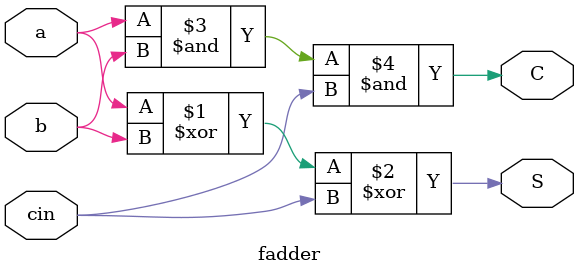
<source format=v>
module fadder(input a,b,cin, output S, C );
assign S=a^b^cin;
assign C=a&b&cin;
endmodule

</source>
